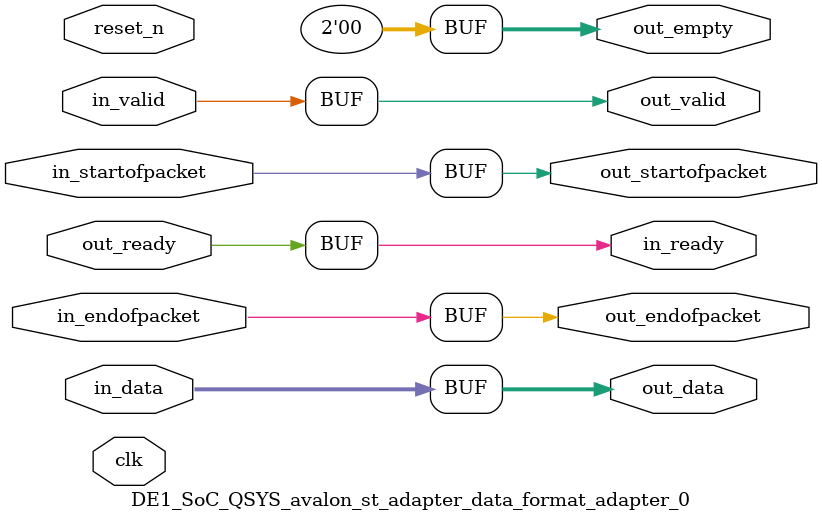
<source format=v>

`timescale 1ns / 100ps
module DE1_SoC_QSYS_avalon_st_adapter_data_format_adapter_0 (
    
      // Interface: clk
      input              clk,
      // Interface: reset
      input              reset_n,
      // Interface: in
      output reg         in_ready,
      input              in_valid,
      input      [23: 0] in_data,
      input              in_startofpacket,
      input              in_endofpacket,
      // Interface: out
      input              out_ready,
      output reg         out_valid,
      output reg [23: 0] out_data,
      output reg         out_startofpacket,
      output reg         out_endofpacket,
      output reg [ 1: 0] out_empty
);



   always @* begin
      in_ready = out_ready;
      out_valid = in_valid;
      out_data = in_data;
      out_startofpacket = in_startofpacket;
      out_endofpacket = in_endofpacket;

      out_empty = 0;

   end

endmodule


</source>
